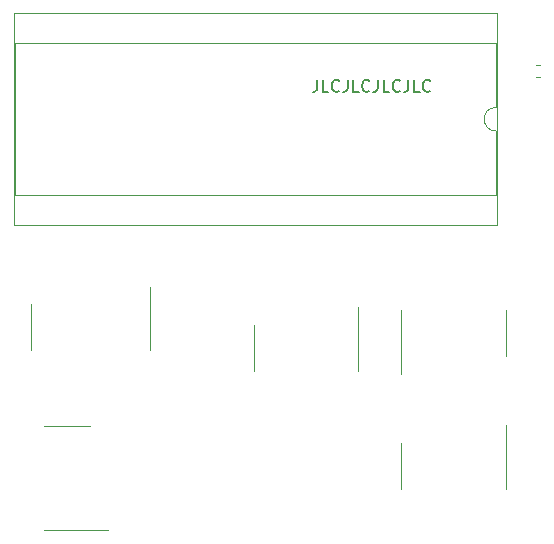
<source format=gbr>
G04 #@! TF.GenerationSoftware,KiCad,Pcbnew,(6.0.2)*
G04 #@! TF.CreationDate,2022-02-19T19:54:12+00:00*
G04 #@! TF.ProjectId,Gameboy 64KB Cart Discrete Logic Fixed Rev2,47616d65-626f-4792-9036-344b42204361,rev?*
G04 #@! TF.SameCoordinates,Original*
G04 #@! TF.FileFunction,Legend,Top*
G04 #@! TF.FilePolarity,Positive*
%FSLAX46Y46*%
G04 Gerber Fmt 4.6, Leading zero omitted, Abs format (unit mm)*
G04 Created by KiCad (PCBNEW (6.0.2)) date 2022-02-19 19:54:12*
%MOMM*%
%LPD*%
G01*
G04 APERTURE LIST*
%ADD10C,0.150000*%
%ADD11C,0.120000*%
G04 APERTURE END LIST*
D10*
X148187352Y-56043580D02*
X148187352Y-56757866D01*
X148139733Y-56900723D01*
X148044495Y-56995961D01*
X147901638Y-57043580D01*
X147806400Y-57043580D01*
X149139733Y-57043580D02*
X148663542Y-57043580D01*
X148663542Y-56043580D01*
X150044495Y-56948342D02*
X149996876Y-56995961D01*
X149854019Y-57043580D01*
X149758780Y-57043580D01*
X149615923Y-56995961D01*
X149520685Y-56900723D01*
X149473066Y-56805485D01*
X149425447Y-56615009D01*
X149425447Y-56472152D01*
X149473066Y-56281676D01*
X149520685Y-56186438D01*
X149615923Y-56091200D01*
X149758780Y-56043580D01*
X149854019Y-56043580D01*
X149996876Y-56091200D01*
X150044495Y-56138819D01*
X150758780Y-56043580D02*
X150758780Y-56757866D01*
X150711161Y-56900723D01*
X150615923Y-56995961D01*
X150473066Y-57043580D01*
X150377828Y-57043580D01*
X151711161Y-57043580D02*
X151234971Y-57043580D01*
X151234971Y-56043580D01*
X152615923Y-56948342D02*
X152568304Y-56995961D01*
X152425447Y-57043580D01*
X152330209Y-57043580D01*
X152187352Y-56995961D01*
X152092114Y-56900723D01*
X152044495Y-56805485D01*
X151996876Y-56615009D01*
X151996876Y-56472152D01*
X152044495Y-56281676D01*
X152092114Y-56186438D01*
X152187352Y-56091200D01*
X152330209Y-56043580D01*
X152425447Y-56043580D01*
X152568304Y-56091200D01*
X152615923Y-56138819D01*
X153330209Y-56043580D02*
X153330209Y-56757866D01*
X153282590Y-56900723D01*
X153187352Y-56995961D01*
X153044495Y-57043580D01*
X152949257Y-57043580D01*
X154282590Y-57043580D02*
X153806400Y-57043580D01*
X153806400Y-56043580D01*
X155187352Y-56948342D02*
X155139733Y-56995961D01*
X154996876Y-57043580D01*
X154901638Y-57043580D01*
X154758780Y-56995961D01*
X154663542Y-56900723D01*
X154615923Y-56805485D01*
X154568304Y-56615009D01*
X154568304Y-56472152D01*
X154615923Y-56281676D01*
X154663542Y-56186438D01*
X154758780Y-56091200D01*
X154901638Y-56043580D01*
X154996876Y-56043580D01*
X155139733Y-56091200D01*
X155187352Y-56138819D01*
X155901638Y-56043580D02*
X155901638Y-56757866D01*
X155854019Y-56900723D01*
X155758780Y-56995961D01*
X155615923Y-57043580D01*
X155520685Y-57043580D01*
X156854019Y-57043580D02*
X156377828Y-57043580D01*
X156377828Y-56043580D01*
X157758780Y-56948342D02*
X157711161Y-56995961D01*
X157568304Y-57043580D01*
X157473066Y-57043580D01*
X157330209Y-56995961D01*
X157234971Y-56900723D01*
X157187352Y-56805485D01*
X157139733Y-56615009D01*
X157139733Y-56472152D01*
X157187352Y-56281676D01*
X157234971Y-56186438D01*
X157330209Y-56091200D01*
X157473066Y-56043580D01*
X157568304Y-56043580D01*
X157711161Y-56091200D01*
X157758780Y-56138819D01*
D11*
X127000000Y-85315000D02*
X128950000Y-85315000D01*
X127000000Y-94185000D02*
X130450000Y-94185000D01*
X127000000Y-85315000D02*
X125050000Y-85315000D01*
X127000000Y-94185000D02*
X125050000Y-94185000D01*
X151685000Y-78750000D02*
X151685000Y-80700000D01*
X142815000Y-78750000D02*
X142815000Y-76800000D01*
X142815000Y-78750000D02*
X142815000Y-80700000D01*
X151685000Y-78750000D02*
X151685000Y-75300000D01*
X155315000Y-88750000D02*
X155315000Y-86800000D01*
X164185000Y-88750000D02*
X164185000Y-85300000D01*
X155315000Y-88750000D02*
X155315000Y-90700000D01*
X164185000Y-88750000D02*
X164185000Y-90700000D01*
X123940000Y-77000000D02*
X123940000Y-75050000D01*
X134060000Y-77000000D02*
X134060000Y-73550000D01*
X134060000Y-77000000D02*
X134060000Y-78950000D01*
X123940000Y-77000000D02*
X123940000Y-78950000D01*
X164185000Y-77500000D02*
X164185000Y-75550000D01*
X155315000Y-77500000D02*
X155315000Y-80950000D01*
X164185000Y-77500000D02*
X164185000Y-79450000D01*
X155315000Y-77500000D02*
X155315000Y-75550000D01*
X122570000Y-65830000D02*
X163330000Y-65830000D01*
X163330000Y-52910000D02*
X122570000Y-52910000D01*
X163330000Y-65830000D02*
X163330000Y-60370000D01*
X122570000Y-52910000D02*
X122570000Y-65830000D01*
X122510000Y-68320000D02*
X163390000Y-68320000D01*
X122510000Y-50420000D02*
X122510000Y-68320000D01*
X163390000Y-68320000D02*
X163390000Y-50420000D01*
X163390000Y-50420000D02*
X122510000Y-50420000D01*
X163330000Y-58370000D02*
X163330000Y-52910000D01*
X163330000Y-58370000D02*
G75*
G03*
X163330000Y-60370000I0J-1000000D01*
G01*
X166753733Y-55810000D02*
X167046267Y-55810000D01*
X166753733Y-54790000D02*
X167046267Y-54790000D01*
M02*

</source>
